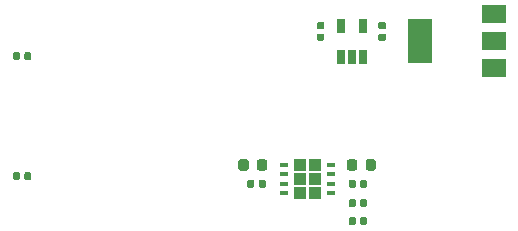
<source format=gbr>
G04 #@! TF.GenerationSoftware,KiCad,Pcbnew,5.0.1+dfsg1-3*
G04 #@! TF.CreationDate,2018-11-05T21:22:00-05:00*
G04 #@! TF.ProjectId,BreadBatt,4272656164426174742E6B696361645F,rev?*
G04 #@! TF.SameCoordinates,Original*
G04 #@! TF.FileFunction,Paste,Bot*
G04 #@! TF.FilePolarity,Positive*
%FSLAX46Y46*%
G04 Gerber Fmt 4.6, Leading zero omitted, Abs format (unit mm)*
G04 Created by KiCad (PCBNEW 5.0.1+dfsg1-3) date Mon 05 Nov 2018 09:22:00 PM EST*
%MOMM*%
%LPD*%
G01*
G04 APERTURE LIST*
%ADD10C,0.100000*%
%ADD11C,0.875000*%
%ADD12C,0.590000*%
%ADD13R,2.000000X3.800000*%
%ADD14R,2.000000X1.500000*%
%ADD15R,0.650000X1.220000*%
%ADD16R,0.750000X0.350000*%
%ADD17R,1.000000X1.000000*%
G04 APERTURE END LIST*
D10*
G04 #@! TO.C,C1*
G36*
X139635191Y-111610053D02*
X139656426Y-111613203D01*
X139677250Y-111618419D01*
X139697462Y-111625651D01*
X139716868Y-111634830D01*
X139735281Y-111645866D01*
X139752524Y-111658654D01*
X139768430Y-111673070D01*
X139782846Y-111688976D01*
X139795634Y-111706219D01*
X139806670Y-111724632D01*
X139815849Y-111744038D01*
X139823081Y-111764250D01*
X139828297Y-111785074D01*
X139831447Y-111806309D01*
X139832500Y-111827750D01*
X139832500Y-112340250D01*
X139831447Y-112361691D01*
X139828297Y-112382926D01*
X139823081Y-112403750D01*
X139815849Y-112423962D01*
X139806670Y-112443368D01*
X139795634Y-112461781D01*
X139782846Y-112479024D01*
X139768430Y-112494930D01*
X139752524Y-112509346D01*
X139735281Y-112522134D01*
X139716868Y-112533170D01*
X139697462Y-112542349D01*
X139677250Y-112549581D01*
X139656426Y-112554797D01*
X139635191Y-112557947D01*
X139613750Y-112559000D01*
X139176250Y-112559000D01*
X139154809Y-112557947D01*
X139133574Y-112554797D01*
X139112750Y-112549581D01*
X139092538Y-112542349D01*
X139073132Y-112533170D01*
X139054719Y-112522134D01*
X139037476Y-112509346D01*
X139021570Y-112494930D01*
X139007154Y-112479024D01*
X138994366Y-112461781D01*
X138983330Y-112443368D01*
X138974151Y-112423962D01*
X138966919Y-112403750D01*
X138961703Y-112382926D01*
X138958553Y-112361691D01*
X138957500Y-112340250D01*
X138957500Y-111827750D01*
X138958553Y-111806309D01*
X138961703Y-111785074D01*
X138966919Y-111764250D01*
X138974151Y-111744038D01*
X138983330Y-111724632D01*
X138994366Y-111706219D01*
X139007154Y-111688976D01*
X139021570Y-111673070D01*
X139037476Y-111658654D01*
X139054719Y-111645866D01*
X139073132Y-111634830D01*
X139092538Y-111625651D01*
X139112750Y-111618419D01*
X139133574Y-111613203D01*
X139154809Y-111610053D01*
X139176250Y-111609000D01*
X139613750Y-111609000D01*
X139635191Y-111610053D01*
X139635191Y-111610053D01*
G37*
D11*
X139395000Y-112084000D03*
D10*
G36*
X141210191Y-111610053D02*
X141231426Y-111613203D01*
X141252250Y-111618419D01*
X141272462Y-111625651D01*
X141291868Y-111634830D01*
X141310281Y-111645866D01*
X141327524Y-111658654D01*
X141343430Y-111673070D01*
X141357846Y-111688976D01*
X141370634Y-111706219D01*
X141381670Y-111724632D01*
X141390849Y-111744038D01*
X141398081Y-111764250D01*
X141403297Y-111785074D01*
X141406447Y-111806309D01*
X141407500Y-111827750D01*
X141407500Y-112340250D01*
X141406447Y-112361691D01*
X141403297Y-112382926D01*
X141398081Y-112403750D01*
X141390849Y-112423962D01*
X141381670Y-112443368D01*
X141370634Y-112461781D01*
X141357846Y-112479024D01*
X141343430Y-112494930D01*
X141327524Y-112509346D01*
X141310281Y-112522134D01*
X141291868Y-112533170D01*
X141272462Y-112542349D01*
X141252250Y-112549581D01*
X141231426Y-112554797D01*
X141210191Y-112557947D01*
X141188750Y-112559000D01*
X140751250Y-112559000D01*
X140729809Y-112557947D01*
X140708574Y-112554797D01*
X140687750Y-112549581D01*
X140667538Y-112542349D01*
X140648132Y-112533170D01*
X140629719Y-112522134D01*
X140612476Y-112509346D01*
X140596570Y-112494930D01*
X140582154Y-112479024D01*
X140569366Y-112461781D01*
X140558330Y-112443368D01*
X140549151Y-112423962D01*
X140541919Y-112403750D01*
X140536703Y-112382926D01*
X140533553Y-112361691D01*
X140532500Y-112340250D01*
X140532500Y-111827750D01*
X140533553Y-111806309D01*
X140536703Y-111785074D01*
X140541919Y-111764250D01*
X140549151Y-111744038D01*
X140558330Y-111724632D01*
X140569366Y-111706219D01*
X140582154Y-111688976D01*
X140596570Y-111673070D01*
X140612476Y-111658654D01*
X140629719Y-111645866D01*
X140648132Y-111634830D01*
X140667538Y-111625651D01*
X140687750Y-111618419D01*
X140708574Y-111613203D01*
X140729809Y-111610053D01*
X140751250Y-111609000D01*
X141188750Y-111609000D01*
X141210191Y-111610053D01*
X141210191Y-111610053D01*
G37*
D11*
X140970000Y-112084000D03*
G04 #@! TD*
D10*
G04 #@! TO.C,C2*
G36*
X146109958Y-100965710D02*
X146124276Y-100967834D01*
X146138317Y-100971351D01*
X146151946Y-100976228D01*
X146165031Y-100982417D01*
X146177447Y-100989858D01*
X146189073Y-100998481D01*
X146199798Y-101008202D01*
X146209519Y-101018927D01*
X146218142Y-101030553D01*
X146225583Y-101042969D01*
X146231772Y-101056054D01*
X146236649Y-101069683D01*
X146240166Y-101083724D01*
X146242290Y-101098042D01*
X146243000Y-101112500D01*
X146243000Y-101407500D01*
X146242290Y-101421958D01*
X146240166Y-101436276D01*
X146236649Y-101450317D01*
X146231772Y-101463946D01*
X146225583Y-101477031D01*
X146218142Y-101489447D01*
X146209519Y-101501073D01*
X146199798Y-101511798D01*
X146189073Y-101521519D01*
X146177447Y-101530142D01*
X146165031Y-101537583D01*
X146151946Y-101543772D01*
X146138317Y-101548649D01*
X146124276Y-101552166D01*
X146109958Y-101554290D01*
X146095500Y-101555000D01*
X145750500Y-101555000D01*
X145736042Y-101554290D01*
X145721724Y-101552166D01*
X145707683Y-101548649D01*
X145694054Y-101543772D01*
X145680969Y-101537583D01*
X145668553Y-101530142D01*
X145656927Y-101521519D01*
X145646202Y-101511798D01*
X145636481Y-101501073D01*
X145627858Y-101489447D01*
X145620417Y-101477031D01*
X145614228Y-101463946D01*
X145609351Y-101450317D01*
X145605834Y-101436276D01*
X145603710Y-101421958D01*
X145603000Y-101407500D01*
X145603000Y-101112500D01*
X145603710Y-101098042D01*
X145605834Y-101083724D01*
X145609351Y-101069683D01*
X145614228Y-101056054D01*
X145620417Y-101042969D01*
X145627858Y-101030553D01*
X145636481Y-101018927D01*
X145646202Y-101008202D01*
X145656927Y-100998481D01*
X145668553Y-100989858D01*
X145680969Y-100982417D01*
X145694054Y-100976228D01*
X145707683Y-100971351D01*
X145721724Y-100967834D01*
X145736042Y-100965710D01*
X145750500Y-100965000D01*
X146095500Y-100965000D01*
X146109958Y-100965710D01*
X146109958Y-100965710D01*
G37*
D12*
X145923000Y-101260000D03*
D10*
G36*
X146109958Y-99995710D02*
X146124276Y-99997834D01*
X146138317Y-100001351D01*
X146151946Y-100006228D01*
X146165031Y-100012417D01*
X146177447Y-100019858D01*
X146189073Y-100028481D01*
X146199798Y-100038202D01*
X146209519Y-100048927D01*
X146218142Y-100060553D01*
X146225583Y-100072969D01*
X146231772Y-100086054D01*
X146236649Y-100099683D01*
X146240166Y-100113724D01*
X146242290Y-100128042D01*
X146243000Y-100142500D01*
X146243000Y-100437500D01*
X146242290Y-100451958D01*
X146240166Y-100466276D01*
X146236649Y-100480317D01*
X146231772Y-100493946D01*
X146225583Y-100507031D01*
X146218142Y-100519447D01*
X146209519Y-100531073D01*
X146199798Y-100541798D01*
X146189073Y-100551519D01*
X146177447Y-100560142D01*
X146165031Y-100567583D01*
X146151946Y-100573772D01*
X146138317Y-100578649D01*
X146124276Y-100582166D01*
X146109958Y-100584290D01*
X146095500Y-100585000D01*
X145750500Y-100585000D01*
X145736042Y-100584290D01*
X145721724Y-100582166D01*
X145707683Y-100578649D01*
X145694054Y-100573772D01*
X145680969Y-100567583D01*
X145668553Y-100560142D01*
X145656927Y-100551519D01*
X145646202Y-100541798D01*
X145636481Y-100531073D01*
X145627858Y-100519447D01*
X145620417Y-100507031D01*
X145614228Y-100493946D01*
X145609351Y-100480317D01*
X145605834Y-100466276D01*
X145603710Y-100451958D01*
X145603000Y-100437500D01*
X145603000Y-100142500D01*
X145603710Y-100128042D01*
X145605834Y-100113724D01*
X145609351Y-100099683D01*
X145614228Y-100086054D01*
X145620417Y-100072969D01*
X145627858Y-100060553D01*
X145636481Y-100048927D01*
X145646202Y-100038202D01*
X145656927Y-100028481D01*
X145668553Y-100019858D01*
X145680969Y-100012417D01*
X145694054Y-100006228D01*
X145707683Y-100001351D01*
X145721724Y-99997834D01*
X145736042Y-99995710D01*
X145750500Y-99995000D01*
X146095500Y-99995000D01*
X146109958Y-99995710D01*
X146109958Y-99995710D01*
G37*
D12*
X145923000Y-100290000D03*
G04 #@! TD*
D10*
G04 #@! TO.C,C3*
G36*
X149721958Y-113364710D02*
X149736276Y-113366834D01*
X149750317Y-113370351D01*
X149763946Y-113375228D01*
X149777031Y-113381417D01*
X149789447Y-113388858D01*
X149801073Y-113397481D01*
X149811798Y-113407202D01*
X149821519Y-113417927D01*
X149830142Y-113429553D01*
X149837583Y-113441969D01*
X149843772Y-113455054D01*
X149848649Y-113468683D01*
X149852166Y-113482724D01*
X149854290Y-113497042D01*
X149855000Y-113511500D01*
X149855000Y-113856500D01*
X149854290Y-113870958D01*
X149852166Y-113885276D01*
X149848649Y-113899317D01*
X149843772Y-113912946D01*
X149837583Y-113926031D01*
X149830142Y-113938447D01*
X149821519Y-113950073D01*
X149811798Y-113960798D01*
X149801073Y-113970519D01*
X149789447Y-113979142D01*
X149777031Y-113986583D01*
X149763946Y-113992772D01*
X149750317Y-113997649D01*
X149736276Y-114001166D01*
X149721958Y-114003290D01*
X149707500Y-114004000D01*
X149412500Y-114004000D01*
X149398042Y-114003290D01*
X149383724Y-114001166D01*
X149369683Y-113997649D01*
X149356054Y-113992772D01*
X149342969Y-113986583D01*
X149330553Y-113979142D01*
X149318927Y-113970519D01*
X149308202Y-113960798D01*
X149298481Y-113950073D01*
X149289858Y-113938447D01*
X149282417Y-113926031D01*
X149276228Y-113912946D01*
X149271351Y-113899317D01*
X149267834Y-113885276D01*
X149265710Y-113870958D01*
X149265000Y-113856500D01*
X149265000Y-113511500D01*
X149265710Y-113497042D01*
X149267834Y-113482724D01*
X149271351Y-113468683D01*
X149276228Y-113455054D01*
X149282417Y-113441969D01*
X149289858Y-113429553D01*
X149298481Y-113417927D01*
X149308202Y-113407202D01*
X149318927Y-113397481D01*
X149330553Y-113388858D01*
X149342969Y-113381417D01*
X149356054Y-113375228D01*
X149369683Y-113370351D01*
X149383724Y-113366834D01*
X149398042Y-113364710D01*
X149412500Y-113364000D01*
X149707500Y-113364000D01*
X149721958Y-113364710D01*
X149721958Y-113364710D01*
G37*
D12*
X149560000Y-113684000D03*
D10*
G36*
X148751958Y-113364710D02*
X148766276Y-113366834D01*
X148780317Y-113370351D01*
X148793946Y-113375228D01*
X148807031Y-113381417D01*
X148819447Y-113388858D01*
X148831073Y-113397481D01*
X148841798Y-113407202D01*
X148851519Y-113417927D01*
X148860142Y-113429553D01*
X148867583Y-113441969D01*
X148873772Y-113455054D01*
X148878649Y-113468683D01*
X148882166Y-113482724D01*
X148884290Y-113497042D01*
X148885000Y-113511500D01*
X148885000Y-113856500D01*
X148884290Y-113870958D01*
X148882166Y-113885276D01*
X148878649Y-113899317D01*
X148873772Y-113912946D01*
X148867583Y-113926031D01*
X148860142Y-113938447D01*
X148851519Y-113950073D01*
X148841798Y-113960798D01*
X148831073Y-113970519D01*
X148819447Y-113979142D01*
X148807031Y-113986583D01*
X148793946Y-113992772D01*
X148780317Y-113997649D01*
X148766276Y-114001166D01*
X148751958Y-114003290D01*
X148737500Y-114004000D01*
X148442500Y-114004000D01*
X148428042Y-114003290D01*
X148413724Y-114001166D01*
X148399683Y-113997649D01*
X148386054Y-113992772D01*
X148372969Y-113986583D01*
X148360553Y-113979142D01*
X148348927Y-113970519D01*
X148338202Y-113960798D01*
X148328481Y-113950073D01*
X148319858Y-113938447D01*
X148312417Y-113926031D01*
X148306228Y-113912946D01*
X148301351Y-113899317D01*
X148297834Y-113885276D01*
X148295710Y-113870958D01*
X148295000Y-113856500D01*
X148295000Y-113511500D01*
X148295710Y-113497042D01*
X148297834Y-113482724D01*
X148301351Y-113468683D01*
X148306228Y-113455054D01*
X148312417Y-113441969D01*
X148319858Y-113429553D01*
X148328481Y-113417927D01*
X148338202Y-113407202D01*
X148348927Y-113397481D01*
X148360553Y-113388858D01*
X148372969Y-113381417D01*
X148386054Y-113375228D01*
X148399683Y-113370351D01*
X148413724Y-113366834D01*
X148428042Y-113364710D01*
X148442500Y-113364000D01*
X148737500Y-113364000D01*
X148751958Y-113364710D01*
X148751958Y-113364710D01*
G37*
D12*
X148590000Y-113684000D03*
G04 #@! TD*
D10*
G04 #@! TO.C,C4*
G36*
X150405191Y-111610053D02*
X150426426Y-111613203D01*
X150447250Y-111618419D01*
X150467462Y-111625651D01*
X150486868Y-111634830D01*
X150505281Y-111645866D01*
X150522524Y-111658654D01*
X150538430Y-111673070D01*
X150552846Y-111688976D01*
X150565634Y-111706219D01*
X150576670Y-111724632D01*
X150585849Y-111744038D01*
X150593081Y-111764250D01*
X150598297Y-111785074D01*
X150601447Y-111806309D01*
X150602500Y-111827750D01*
X150602500Y-112340250D01*
X150601447Y-112361691D01*
X150598297Y-112382926D01*
X150593081Y-112403750D01*
X150585849Y-112423962D01*
X150576670Y-112443368D01*
X150565634Y-112461781D01*
X150552846Y-112479024D01*
X150538430Y-112494930D01*
X150522524Y-112509346D01*
X150505281Y-112522134D01*
X150486868Y-112533170D01*
X150467462Y-112542349D01*
X150447250Y-112549581D01*
X150426426Y-112554797D01*
X150405191Y-112557947D01*
X150383750Y-112559000D01*
X149946250Y-112559000D01*
X149924809Y-112557947D01*
X149903574Y-112554797D01*
X149882750Y-112549581D01*
X149862538Y-112542349D01*
X149843132Y-112533170D01*
X149824719Y-112522134D01*
X149807476Y-112509346D01*
X149791570Y-112494930D01*
X149777154Y-112479024D01*
X149764366Y-112461781D01*
X149753330Y-112443368D01*
X149744151Y-112423962D01*
X149736919Y-112403750D01*
X149731703Y-112382926D01*
X149728553Y-112361691D01*
X149727500Y-112340250D01*
X149727500Y-111827750D01*
X149728553Y-111806309D01*
X149731703Y-111785074D01*
X149736919Y-111764250D01*
X149744151Y-111744038D01*
X149753330Y-111724632D01*
X149764366Y-111706219D01*
X149777154Y-111688976D01*
X149791570Y-111673070D01*
X149807476Y-111658654D01*
X149824719Y-111645866D01*
X149843132Y-111634830D01*
X149862538Y-111625651D01*
X149882750Y-111618419D01*
X149903574Y-111613203D01*
X149924809Y-111610053D01*
X149946250Y-111609000D01*
X150383750Y-111609000D01*
X150405191Y-111610053D01*
X150405191Y-111610053D01*
G37*
D11*
X150165000Y-112084000D03*
D10*
G36*
X148830191Y-111610053D02*
X148851426Y-111613203D01*
X148872250Y-111618419D01*
X148892462Y-111625651D01*
X148911868Y-111634830D01*
X148930281Y-111645866D01*
X148947524Y-111658654D01*
X148963430Y-111673070D01*
X148977846Y-111688976D01*
X148990634Y-111706219D01*
X149001670Y-111724632D01*
X149010849Y-111744038D01*
X149018081Y-111764250D01*
X149023297Y-111785074D01*
X149026447Y-111806309D01*
X149027500Y-111827750D01*
X149027500Y-112340250D01*
X149026447Y-112361691D01*
X149023297Y-112382926D01*
X149018081Y-112403750D01*
X149010849Y-112423962D01*
X149001670Y-112443368D01*
X148990634Y-112461781D01*
X148977846Y-112479024D01*
X148963430Y-112494930D01*
X148947524Y-112509346D01*
X148930281Y-112522134D01*
X148911868Y-112533170D01*
X148892462Y-112542349D01*
X148872250Y-112549581D01*
X148851426Y-112554797D01*
X148830191Y-112557947D01*
X148808750Y-112559000D01*
X148371250Y-112559000D01*
X148349809Y-112557947D01*
X148328574Y-112554797D01*
X148307750Y-112549581D01*
X148287538Y-112542349D01*
X148268132Y-112533170D01*
X148249719Y-112522134D01*
X148232476Y-112509346D01*
X148216570Y-112494930D01*
X148202154Y-112479024D01*
X148189366Y-112461781D01*
X148178330Y-112443368D01*
X148169151Y-112423962D01*
X148161919Y-112403750D01*
X148156703Y-112382926D01*
X148153553Y-112361691D01*
X148152500Y-112340250D01*
X148152500Y-111827750D01*
X148153553Y-111806309D01*
X148156703Y-111785074D01*
X148161919Y-111764250D01*
X148169151Y-111744038D01*
X148178330Y-111724632D01*
X148189366Y-111706219D01*
X148202154Y-111688976D01*
X148216570Y-111673070D01*
X148232476Y-111658654D01*
X148249719Y-111645866D01*
X148268132Y-111634830D01*
X148287538Y-111625651D01*
X148307750Y-111618419D01*
X148328574Y-111613203D01*
X148349809Y-111610053D01*
X148371250Y-111609000D01*
X148808750Y-111609000D01*
X148830191Y-111610053D01*
X148830191Y-111610053D01*
G37*
D11*
X148590000Y-112084000D03*
G04 #@! TD*
D13*
G04 #@! TO.C,D2*
X154330000Y-101600000D03*
D14*
X160630000Y-101600000D03*
X160630000Y-103900000D03*
X160630000Y-99300000D03*
G04 #@! TD*
D10*
G04 #@! TO.C,R1*
G36*
X141131958Y-113364710D02*
X141146276Y-113366834D01*
X141160317Y-113370351D01*
X141173946Y-113375228D01*
X141187031Y-113381417D01*
X141199447Y-113388858D01*
X141211073Y-113397481D01*
X141221798Y-113407202D01*
X141231519Y-113417927D01*
X141240142Y-113429553D01*
X141247583Y-113441969D01*
X141253772Y-113455054D01*
X141258649Y-113468683D01*
X141262166Y-113482724D01*
X141264290Y-113497042D01*
X141265000Y-113511500D01*
X141265000Y-113856500D01*
X141264290Y-113870958D01*
X141262166Y-113885276D01*
X141258649Y-113899317D01*
X141253772Y-113912946D01*
X141247583Y-113926031D01*
X141240142Y-113938447D01*
X141231519Y-113950073D01*
X141221798Y-113960798D01*
X141211073Y-113970519D01*
X141199447Y-113979142D01*
X141187031Y-113986583D01*
X141173946Y-113992772D01*
X141160317Y-113997649D01*
X141146276Y-114001166D01*
X141131958Y-114003290D01*
X141117500Y-114004000D01*
X140822500Y-114004000D01*
X140808042Y-114003290D01*
X140793724Y-114001166D01*
X140779683Y-113997649D01*
X140766054Y-113992772D01*
X140752969Y-113986583D01*
X140740553Y-113979142D01*
X140728927Y-113970519D01*
X140718202Y-113960798D01*
X140708481Y-113950073D01*
X140699858Y-113938447D01*
X140692417Y-113926031D01*
X140686228Y-113912946D01*
X140681351Y-113899317D01*
X140677834Y-113885276D01*
X140675710Y-113870958D01*
X140675000Y-113856500D01*
X140675000Y-113511500D01*
X140675710Y-113497042D01*
X140677834Y-113482724D01*
X140681351Y-113468683D01*
X140686228Y-113455054D01*
X140692417Y-113441969D01*
X140699858Y-113429553D01*
X140708481Y-113417927D01*
X140718202Y-113407202D01*
X140728927Y-113397481D01*
X140740553Y-113388858D01*
X140752969Y-113381417D01*
X140766054Y-113375228D01*
X140779683Y-113370351D01*
X140793724Y-113366834D01*
X140808042Y-113364710D01*
X140822500Y-113364000D01*
X141117500Y-113364000D01*
X141131958Y-113364710D01*
X141131958Y-113364710D01*
G37*
D12*
X140970000Y-113684000D03*
D10*
G36*
X140161958Y-113364710D02*
X140176276Y-113366834D01*
X140190317Y-113370351D01*
X140203946Y-113375228D01*
X140217031Y-113381417D01*
X140229447Y-113388858D01*
X140241073Y-113397481D01*
X140251798Y-113407202D01*
X140261519Y-113417927D01*
X140270142Y-113429553D01*
X140277583Y-113441969D01*
X140283772Y-113455054D01*
X140288649Y-113468683D01*
X140292166Y-113482724D01*
X140294290Y-113497042D01*
X140295000Y-113511500D01*
X140295000Y-113856500D01*
X140294290Y-113870958D01*
X140292166Y-113885276D01*
X140288649Y-113899317D01*
X140283772Y-113912946D01*
X140277583Y-113926031D01*
X140270142Y-113938447D01*
X140261519Y-113950073D01*
X140251798Y-113960798D01*
X140241073Y-113970519D01*
X140229447Y-113979142D01*
X140217031Y-113986583D01*
X140203946Y-113992772D01*
X140190317Y-113997649D01*
X140176276Y-114001166D01*
X140161958Y-114003290D01*
X140147500Y-114004000D01*
X139852500Y-114004000D01*
X139838042Y-114003290D01*
X139823724Y-114001166D01*
X139809683Y-113997649D01*
X139796054Y-113992772D01*
X139782969Y-113986583D01*
X139770553Y-113979142D01*
X139758927Y-113970519D01*
X139748202Y-113960798D01*
X139738481Y-113950073D01*
X139729858Y-113938447D01*
X139722417Y-113926031D01*
X139716228Y-113912946D01*
X139711351Y-113899317D01*
X139707834Y-113885276D01*
X139705710Y-113870958D01*
X139705000Y-113856500D01*
X139705000Y-113511500D01*
X139705710Y-113497042D01*
X139707834Y-113482724D01*
X139711351Y-113468683D01*
X139716228Y-113455054D01*
X139722417Y-113441969D01*
X139729858Y-113429553D01*
X139738481Y-113417927D01*
X139748202Y-113407202D01*
X139758927Y-113397481D01*
X139770553Y-113388858D01*
X139782969Y-113381417D01*
X139796054Y-113375228D01*
X139809683Y-113370351D01*
X139823724Y-113366834D01*
X139838042Y-113364710D01*
X139852500Y-113364000D01*
X140147500Y-113364000D01*
X140161958Y-113364710D01*
X140161958Y-113364710D01*
G37*
D12*
X140000000Y-113684000D03*
G04 #@! TD*
D10*
G04 #@! TO.C,R2*
G36*
X121296958Y-112710710D02*
X121311276Y-112712834D01*
X121325317Y-112716351D01*
X121338946Y-112721228D01*
X121352031Y-112727417D01*
X121364447Y-112734858D01*
X121376073Y-112743481D01*
X121386798Y-112753202D01*
X121396519Y-112763927D01*
X121405142Y-112775553D01*
X121412583Y-112787969D01*
X121418772Y-112801054D01*
X121423649Y-112814683D01*
X121427166Y-112828724D01*
X121429290Y-112843042D01*
X121430000Y-112857500D01*
X121430000Y-113202500D01*
X121429290Y-113216958D01*
X121427166Y-113231276D01*
X121423649Y-113245317D01*
X121418772Y-113258946D01*
X121412583Y-113272031D01*
X121405142Y-113284447D01*
X121396519Y-113296073D01*
X121386798Y-113306798D01*
X121376073Y-113316519D01*
X121364447Y-113325142D01*
X121352031Y-113332583D01*
X121338946Y-113338772D01*
X121325317Y-113343649D01*
X121311276Y-113347166D01*
X121296958Y-113349290D01*
X121282500Y-113350000D01*
X120987500Y-113350000D01*
X120973042Y-113349290D01*
X120958724Y-113347166D01*
X120944683Y-113343649D01*
X120931054Y-113338772D01*
X120917969Y-113332583D01*
X120905553Y-113325142D01*
X120893927Y-113316519D01*
X120883202Y-113306798D01*
X120873481Y-113296073D01*
X120864858Y-113284447D01*
X120857417Y-113272031D01*
X120851228Y-113258946D01*
X120846351Y-113245317D01*
X120842834Y-113231276D01*
X120840710Y-113216958D01*
X120840000Y-113202500D01*
X120840000Y-112857500D01*
X120840710Y-112843042D01*
X120842834Y-112828724D01*
X120846351Y-112814683D01*
X120851228Y-112801054D01*
X120857417Y-112787969D01*
X120864858Y-112775553D01*
X120873481Y-112763927D01*
X120883202Y-112753202D01*
X120893927Y-112743481D01*
X120905553Y-112734858D01*
X120917969Y-112727417D01*
X120931054Y-112721228D01*
X120944683Y-112716351D01*
X120958724Y-112712834D01*
X120973042Y-112710710D01*
X120987500Y-112710000D01*
X121282500Y-112710000D01*
X121296958Y-112710710D01*
X121296958Y-112710710D01*
G37*
D12*
X121135000Y-113030000D03*
D10*
G36*
X120326958Y-112710710D02*
X120341276Y-112712834D01*
X120355317Y-112716351D01*
X120368946Y-112721228D01*
X120382031Y-112727417D01*
X120394447Y-112734858D01*
X120406073Y-112743481D01*
X120416798Y-112753202D01*
X120426519Y-112763927D01*
X120435142Y-112775553D01*
X120442583Y-112787969D01*
X120448772Y-112801054D01*
X120453649Y-112814683D01*
X120457166Y-112828724D01*
X120459290Y-112843042D01*
X120460000Y-112857500D01*
X120460000Y-113202500D01*
X120459290Y-113216958D01*
X120457166Y-113231276D01*
X120453649Y-113245317D01*
X120448772Y-113258946D01*
X120442583Y-113272031D01*
X120435142Y-113284447D01*
X120426519Y-113296073D01*
X120416798Y-113306798D01*
X120406073Y-113316519D01*
X120394447Y-113325142D01*
X120382031Y-113332583D01*
X120368946Y-113338772D01*
X120355317Y-113343649D01*
X120341276Y-113347166D01*
X120326958Y-113349290D01*
X120312500Y-113350000D01*
X120017500Y-113350000D01*
X120003042Y-113349290D01*
X119988724Y-113347166D01*
X119974683Y-113343649D01*
X119961054Y-113338772D01*
X119947969Y-113332583D01*
X119935553Y-113325142D01*
X119923927Y-113316519D01*
X119913202Y-113306798D01*
X119903481Y-113296073D01*
X119894858Y-113284447D01*
X119887417Y-113272031D01*
X119881228Y-113258946D01*
X119876351Y-113245317D01*
X119872834Y-113231276D01*
X119870710Y-113216958D01*
X119870000Y-113202500D01*
X119870000Y-112857500D01*
X119870710Y-112843042D01*
X119872834Y-112828724D01*
X119876351Y-112814683D01*
X119881228Y-112801054D01*
X119887417Y-112787969D01*
X119894858Y-112775553D01*
X119903481Y-112763927D01*
X119913202Y-112753202D01*
X119923927Y-112743481D01*
X119935553Y-112734858D01*
X119947969Y-112727417D01*
X119961054Y-112721228D01*
X119974683Y-112716351D01*
X119988724Y-112712834D01*
X120003042Y-112710710D01*
X120017500Y-112710000D01*
X120312500Y-112710000D01*
X120326958Y-112710710D01*
X120326958Y-112710710D01*
G37*
D12*
X120165000Y-113030000D03*
G04 #@! TD*
D10*
G04 #@! TO.C,R3*
G36*
X151316958Y-100965710D02*
X151331276Y-100967834D01*
X151345317Y-100971351D01*
X151358946Y-100976228D01*
X151372031Y-100982417D01*
X151384447Y-100989858D01*
X151396073Y-100998481D01*
X151406798Y-101008202D01*
X151416519Y-101018927D01*
X151425142Y-101030553D01*
X151432583Y-101042969D01*
X151438772Y-101056054D01*
X151443649Y-101069683D01*
X151447166Y-101083724D01*
X151449290Y-101098042D01*
X151450000Y-101112500D01*
X151450000Y-101407500D01*
X151449290Y-101421958D01*
X151447166Y-101436276D01*
X151443649Y-101450317D01*
X151438772Y-101463946D01*
X151432583Y-101477031D01*
X151425142Y-101489447D01*
X151416519Y-101501073D01*
X151406798Y-101511798D01*
X151396073Y-101521519D01*
X151384447Y-101530142D01*
X151372031Y-101537583D01*
X151358946Y-101543772D01*
X151345317Y-101548649D01*
X151331276Y-101552166D01*
X151316958Y-101554290D01*
X151302500Y-101555000D01*
X150957500Y-101555000D01*
X150943042Y-101554290D01*
X150928724Y-101552166D01*
X150914683Y-101548649D01*
X150901054Y-101543772D01*
X150887969Y-101537583D01*
X150875553Y-101530142D01*
X150863927Y-101521519D01*
X150853202Y-101511798D01*
X150843481Y-101501073D01*
X150834858Y-101489447D01*
X150827417Y-101477031D01*
X150821228Y-101463946D01*
X150816351Y-101450317D01*
X150812834Y-101436276D01*
X150810710Y-101421958D01*
X150810000Y-101407500D01*
X150810000Y-101112500D01*
X150810710Y-101098042D01*
X150812834Y-101083724D01*
X150816351Y-101069683D01*
X150821228Y-101056054D01*
X150827417Y-101042969D01*
X150834858Y-101030553D01*
X150843481Y-101018927D01*
X150853202Y-101008202D01*
X150863927Y-100998481D01*
X150875553Y-100989858D01*
X150887969Y-100982417D01*
X150901054Y-100976228D01*
X150914683Y-100971351D01*
X150928724Y-100967834D01*
X150943042Y-100965710D01*
X150957500Y-100965000D01*
X151302500Y-100965000D01*
X151316958Y-100965710D01*
X151316958Y-100965710D01*
G37*
D12*
X151130000Y-101260000D03*
D10*
G36*
X151316958Y-99995710D02*
X151331276Y-99997834D01*
X151345317Y-100001351D01*
X151358946Y-100006228D01*
X151372031Y-100012417D01*
X151384447Y-100019858D01*
X151396073Y-100028481D01*
X151406798Y-100038202D01*
X151416519Y-100048927D01*
X151425142Y-100060553D01*
X151432583Y-100072969D01*
X151438772Y-100086054D01*
X151443649Y-100099683D01*
X151447166Y-100113724D01*
X151449290Y-100128042D01*
X151450000Y-100142500D01*
X151450000Y-100437500D01*
X151449290Y-100451958D01*
X151447166Y-100466276D01*
X151443649Y-100480317D01*
X151438772Y-100493946D01*
X151432583Y-100507031D01*
X151425142Y-100519447D01*
X151416519Y-100531073D01*
X151406798Y-100541798D01*
X151396073Y-100551519D01*
X151384447Y-100560142D01*
X151372031Y-100567583D01*
X151358946Y-100573772D01*
X151345317Y-100578649D01*
X151331276Y-100582166D01*
X151316958Y-100584290D01*
X151302500Y-100585000D01*
X150957500Y-100585000D01*
X150943042Y-100584290D01*
X150928724Y-100582166D01*
X150914683Y-100578649D01*
X150901054Y-100573772D01*
X150887969Y-100567583D01*
X150875553Y-100560142D01*
X150863927Y-100551519D01*
X150853202Y-100541798D01*
X150843481Y-100531073D01*
X150834858Y-100519447D01*
X150827417Y-100507031D01*
X150821228Y-100493946D01*
X150816351Y-100480317D01*
X150812834Y-100466276D01*
X150810710Y-100451958D01*
X150810000Y-100437500D01*
X150810000Y-100142500D01*
X150810710Y-100128042D01*
X150812834Y-100113724D01*
X150816351Y-100099683D01*
X150821228Y-100086054D01*
X150827417Y-100072969D01*
X150834858Y-100060553D01*
X150843481Y-100048927D01*
X150853202Y-100038202D01*
X150863927Y-100028481D01*
X150875553Y-100019858D01*
X150887969Y-100012417D01*
X150901054Y-100006228D01*
X150914683Y-100001351D01*
X150928724Y-99997834D01*
X150943042Y-99995710D01*
X150957500Y-99995000D01*
X151302500Y-99995000D01*
X151316958Y-99995710D01*
X151316958Y-99995710D01*
G37*
D12*
X151130000Y-100290000D03*
G04 #@! TD*
D10*
G04 #@! TO.C,R4*
G36*
X149721958Y-114996710D02*
X149736276Y-114998834D01*
X149750317Y-115002351D01*
X149763946Y-115007228D01*
X149777031Y-115013417D01*
X149789447Y-115020858D01*
X149801073Y-115029481D01*
X149811798Y-115039202D01*
X149821519Y-115049927D01*
X149830142Y-115061553D01*
X149837583Y-115073969D01*
X149843772Y-115087054D01*
X149848649Y-115100683D01*
X149852166Y-115114724D01*
X149854290Y-115129042D01*
X149855000Y-115143500D01*
X149855000Y-115488500D01*
X149854290Y-115502958D01*
X149852166Y-115517276D01*
X149848649Y-115531317D01*
X149843772Y-115544946D01*
X149837583Y-115558031D01*
X149830142Y-115570447D01*
X149821519Y-115582073D01*
X149811798Y-115592798D01*
X149801073Y-115602519D01*
X149789447Y-115611142D01*
X149777031Y-115618583D01*
X149763946Y-115624772D01*
X149750317Y-115629649D01*
X149736276Y-115633166D01*
X149721958Y-115635290D01*
X149707500Y-115636000D01*
X149412500Y-115636000D01*
X149398042Y-115635290D01*
X149383724Y-115633166D01*
X149369683Y-115629649D01*
X149356054Y-115624772D01*
X149342969Y-115618583D01*
X149330553Y-115611142D01*
X149318927Y-115602519D01*
X149308202Y-115592798D01*
X149298481Y-115582073D01*
X149289858Y-115570447D01*
X149282417Y-115558031D01*
X149276228Y-115544946D01*
X149271351Y-115531317D01*
X149267834Y-115517276D01*
X149265710Y-115502958D01*
X149265000Y-115488500D01*
X149265000Y-115143500D01*
X149265710Y-115129042D01*
X149267834Y-115114724D01*
X149271351Y-115100683D01*
X149276228Y-115087054D01*
X149282417Y-115073969D01*
X149289858Y-115061553D01*
X149298481Y-115049927D01*
X149308202Y-115039202D01*
X149318927Y-115029481D01*
X149330553Y-115020858D01*
X149342969Y-115013417D01*
X149356054Y-115007228D01*
X149369683Y-115002351D01*
X149383724Y-114998834D01*
X149398042Y-114996710D01*
X149412500Y-114996000D01*
X149707500Y-114996000D01*
X149721958Y-114996710D01*
X149721958Y-114996710D01*
G37*
D12*
X149560000Y-115316000D03*
D10*
G36*
X148751958Y-114996710D02*
X148766276Y-114998834D01*
X148780317Y-115002351D01*
X148793946Y-115007228D01*
X148807031Y-115013417D01*
X148819447Y-115020858D01*
X148831073Y-115029481D01*
X148841798Y-115039202D01*
X148851519Y-115049927D01*
X148860142Y-115061553D01*
X148867583Y-115073969D01*
X148873772Y-115087054D01*
X148878649Y-115100683D01*
X148882166Y-115114724D01*
X148884290Y-115129042D01*
X148885000Y-115143500D01*
X148885000Y-115488500D01*
X148884290Y-115502958D01*
X148882166Y-115517276D01*
X148878649Y-115531317D01*
X148873772Y-115544946D01*
X148867583Y-115558031D01*
X148860142Y-115570447D01*
X148851519Y-115582073D01*
X148841798Y-115592798D01*
X148831073Y-115602519D01*
X148819447Y-115611142D01*
X148807031Y-115618583D01*
X148793946Y-115624772D01*
X148780317Y-115629649D01*
X148766276Y-115633166D01*
X148751958Y-115635290D01*
X148737500Y-115636000D01*
X148442500Y-115636000D01*
X148428042Y-115635290D01*
X148413724Y-115633166D01*
X148399683Y-115629649D01*
X148386054Y-115624772D01*
X148372969Y-115618583D01*
X148360553Y-115611142D01*
X148348927Y-115602519D01*
X148338202Y-115592798D01*
X148328481Y-115582073D01*
X148319858Y-115570447D01*
X148312417Y-115558031D01*
X148306228Y-115544946D01*
X148301351Y-115531317D01*
X148297834Y-115517276D01*
X148295710Y-115502958D01*
X148295000Y-115488500D01*
X148295000Y-115143500D01*
X148295710Y-115129042D01*
X148297834Y-115114724D01*
X148301351Y-115100683D01*
X148306228Y-115087054D01*
X148312417Y-115073969D01*
X148319858Y-115061553D01*
X148328481Y-115049927D01*
X148338202Y-115039202D01*
X148348927Y-115029481D01*
X148360553Y-115020858D01*
X148372969Y-115013417D01*
X148386054Y-115007228D01*
X148399683Y-115002351D01*
X148413724Y-114998834D01*
X148428042Y-114996710D01*
X148442500Y-114996000D01*
X148737500Y-114996000D01*
X148751958Y-114996710D01*
X148751958Y-114996710D01*
G37*
D12*
X148590000Y-115316000D03*
G04 #@! TD*
D10*
G04 #@! TO.C,R5*
G36*
X148751958Y-116520710D02*
X148766276Y-116522834D01*
X148780317Y-116526351D01*
X148793946Y-116531228D01*
X148807031Y-116537417D01*
X148819447Y-116544858D01*
X148831073Y-116553481D01*
X148841798Y-116563202D01*
X148851519Y-116573927D01*
X148860142Y-116585553D01*
X148867583Y-116597969D01*
X148873772Y-116611054D01*
X148878649Y-116624683D01*
X148882166Y-116638724D01*
X148884290Y-116653042D01*
X148885000Y-116667500D01*
X148885000Y-117012500D01*
X148884290Y-117026958D01*
X148882166Y-117041276D01*
X148878649Y-117055317D01*
X148873772Y-117068946D01*
X148867583Y-117082031D01*
X148860142Y-117094447D01*
X148851519Y-117106073D01*
X148841798Y-117116798D01*
X148831073Y-117126519D01*
X148819447Y-117135142D01*
X148807031Y-117142583D01*
X148793946Y-117148772D01*
X148780317Y-117153649D01*
X148766276Y-117157166D01*
X148751958Y-117159290D01*
X148737500Y-117160000D01*
X148442500Y-117160000D01*
X148428042Y-117159290D01*
X148413724Y-117157166D01*
X148399683Y-117153649D01*
X148386054Y-117148772D01*
X148372969Y-117142583D01*
X148360553Y-117135142D01*
X148348927Y-117126519D01*
X148338202Y-117116798D01*
X148328481Y-117106073D01*
X148319858Y-117094447D01*
X148312417Y-117082031D01*
X148306228Y-117068946D01*
X148301351Y-117055317D01*
X148297834Y-117041276D01*
X148295710Y-117026958D01*
X148295000Y-117012500D01*
X148295000Y-116667500D01*
X148295710Y-116653042D01*
X148297834Y-116638724D01*
X148301351Y-116624683D01*
X148306228Y-116611054D01*
X148312417Y-116597969D01*
X148319858Y-116585553D01*
X148328481Y-116573927D01*
X148338202Y-116563202D01*
X148348927Y-116553481D01*
X148360553Y-116544858D01*
X148372969Y-116537417D01*
X148386054Y-116531228D01*
X148399683Y-116526351D01*
X148413724Y-116522834D01*
X148428042Y-116520710D01*
X148442500Y-116520000D01*
X148737500Y-116520000D01*
X148751958Y-116520710D01*
X148751958Y-116520710D01*
G37*
D12*
X148590000Y-116840000D03*
D10*
G36*
X149721958Y-116520710D02*
X149736276Y-116522834D01*
X149750317Y-116526351D01*
X149763946Y-116531228D01*
X149777031Y-116537417D01*
X149789447Y-116544858D01*
X149801073Y-116553481D01*
X149811798Y-116563202D01*
X149821519Y-116573927D01*
X149830142Y-116585553D01*
X149837583Y-116597969D01*
X149843772Y-116611054D01*
X149848649Y-116624683D01*
X149852166Y-116638724D01*
X149854290Y-116653042D01*
X149855000Y-116667500D01*
X149855000Y-117012500D01*
X149854290Y-117026958D01*
X149852166Y-117041276D01*
X149848649Y-117055317D01*
X149843772Y-117068946D01*
X149837583Y-117082031D01*
X149830142Y-117094447D01*
X149821519Y-117106073D01*
X149811798Y-117116798D01*
X149801073Y-117126519D01*
X149789447Y-117135142D01*
X149777031Y-117142583D01*
X149763946Y-117148772D01*
X149750317Y-117153649D01*
X149736276Y-117157166D01*
X149721958Y-117159290D01*
X149707500Y-117160000D01*
X149412500Y-117160000D01*
X149398042Y-117159290D01*
X149383724Y-117157166D01*
X149369683Y-117153649D01*
X149356054Y-117148772D01*
X149342969Y-117142583D01*
X149330553Y-117135142D01*
X149318927Y-117126519D01*
X149308202Y-117116798D01*
X149298481Y-117106073D01*
X149289858Y-117094447D01*
X149282417Y-117082031D01*
X149276228Y-117068946D01*
X149271351Y-117055317D01*
X149267834Y-117041276D01*
X149265710Y-117026958D01*
X149265000Y-117012500D01*
X149265000Y-116667500D01*
X149265710Y-116653042D01*
X149267834Y-116638724D01*
X149271351Y-116624683D01*
X149276228Y-116611054D01*
X149282417Y-116597969D01*
X149289858Y-116585553D01*
X149298481Y-116573927D01*
X149308202Y-116563202D01*
X149318927Y-116553481D01*
X149330553Y-116544858D01*
X149342969Y-116537417D01*
X149356054Y-116531228D01*
X149369683Y-116526351D01*
X149383724Y-116522834D01*
X149398042Y-116520710D01*
X149412500Y-116520000D01*
X149707500Y-116520000D01*
X149721958Y-116520710D01*
X149721958Y-116520710D01*
G37*
D12*
X149560000Y-116840000D03*
G04 #@! TD*
D10*
G04 #@! TO.C,R6*
G36*
X120326958Y-102550710D02*
X120341276Y-102552834D01*
X120355317Y-102556351D01*
X120368946Y-102561228D01*
X120382031Y-102567417D01*
X120394447Y-102574858D01*
X120406073Y-102583481D01*
X120416798Y-102593202D01*
X120426519Y-102603927D01*
X120435142Y-102615553D01*
X120442583Y-102627969D01*
X120448772Y-102641054D01*
X120453649Y-102654683D01*
X120457166Y-102668724D01*
X120459290Y-102683042D01*
X120460000Y-102697500D01*
X120460000Y-103042500D01*
X120459290Y-103056958D01*
X120457166Y-103071276D01*
X120453649Y-103085317D01*
X120448772Y-103098946D01*
X120442583Y-103112031D01*
X120435142Y-103124447D01*
X120426519Y-103136073D01*
X120416798Y-103146798D01*
X120406073Y-103156519D01*
X120394447Y-103165142D01*
X120382031Y-103172583D01*
X120368946Y-103178772D01*
X120355317Y-103183649D01*
X120341276Y-103187166D01*
X120326958Y-103189290D01*
X120312500Y-103190000D01*
X120017500Y-103190000D01*
X120003042Y-103189290D01*
X119988724Y-103187166D01*
X119974683Y-103183649D01*
X119961054Y-103178772D01*
X119947969Y-103172583D01*
X119935553Y-103165142D01*
X119923927Y-103156519D01*
X119913202Y-103146798D01*
X119903481Y-103136073D01*
X119894858Y-103124447D01*
X119887417Y-103112031D01*
X119881228Y-103098946D01*
X119876351Y-103085317D01*
X119872834Y-103071276D01*
X119870710Y-103056958D01*
X119870000Y-103042500D01*
X119870000Y-102697500D01*
X119870710Y-102683042D01*
X119872834Y-102668724D01*
X119876351Y-102654683D01*
X119881228Y-102641054D01*
X119887417Y-102627969D01*
X119894858Y-102615553D01*
X119903481Y-102603927D01*
X119913202Y-102593202D01*
X119923927Y-102583481D01*
X119935553Y-102574858D01*
X119947969Y-102567417D01*
X119961054Y-102561228D01*
X119974683Y-102556351D01*
X119988724Y-102552834D01*
X120003042Y-102550710D01*
X120017500Y-102550000D01*
X120312500Y-102550000D01*
X120326958Y-102550710D01*
X120326958Y-102550710D01*
G37*
D12*
X120165000Y-102870000D03*
D10*
G36*
X121296958Y-102550710D02*
X121311276Y-102552834D01*
X121325317Y-102556351D01*
X121338946Y-102561228D01*
X121352031Y-102567417D01*
X121364447Y-102574858D01*
X121376073Y-102583481D01*
X121386798Y-102593202D01*
X121396519Y-102603927D01*
X121405142Y-102615553D01*
X121412583Y-102627969D01*
X121418772Y-102641054D01*
X121423649Y-102654683D01*
X121427166Y-102668724D01*
X121429290Y-102683042D01*
X121430000Y-102697500D01*
X121430000Y-103042500D01*
X121429290Y-103056958D01*
X121427166Y-103071276D01*
X121423649Y-103085317D01*
X121418772Y-103098946D01*
X121412583Y-103112031D01*
X121405142Y-103124447D01*
X121396519Y-103136073D01*
X121386798Y-103146798D01*
X121376073Y-103156519D01*
X121364447Y-103165142D01*
X121352031Y-103172583D01*
X121338946Y-103178772D01*
X121325317Y-103183649D01*
X121311276Y-103187166D01*
X121296958Y-103189290D01*
X121282500Y-103190000D01*
X120987500Y-103190000D01*
X120973042Y-103189290D01*
X120958724Y-103187166D01*
X120944683Y-103183649D01*
X120931054Y-103178772D01*
X120917969Y-103172583D01*
X120905553Y-103165142D01*
X120893927Y-103156519D01*
X120883202Y-103146798D01*
X120873481Y-103136073D01*
X120864858Y-103124447D01*
X120857417Y-103112031D01*
X120851228Y-103098946D01*
X120846351Y-103085317D01*
X120842834Y-103071276D01*
X120840710Y-103056958D01*
X120840000Y-103042500D01*
X120840000Y-102697500D01*
X120840710Y-102683042D01*
X120842834Y-102668724D01*
X120846351Y-102654683D01*
X120851228Y-102641054D01*
X120857417Y-102627969D01*
X120864858Y-102615553D01*
X120873481Y-102603927D01*
X120883202Y-102593202D01*
X120893927Y-102583481D01*
X120905553Y-102574858D01*
X120917969Y-102567417D01*
X120931054Y-102561228D01*
X120944683Y-102556351D01*
X120958724Y-102552834D01*
X120973042Y-102550710D01*
X120987500Y-102550000D01*
X121282500Y-102550000D01*
X121296958Y-102550710D01*
X121296958Y-102550710D01*
G37*
D12*
X121135000Y-102870000D03*
G04 #@! TD*
D15*
G04 #@! TO.C,U1*
X149540000Y-102910000D03*
X148590000Y-102910000D03*
X147640000Y-102910000D03*
X147640000Y-100290000D03*
X149540000Y-100290000D03*
G04 #@! TD*
D16*
G04 #@! TO.C,U2*
X146780000Y-112084000D03*
X146780000Y-112884000D03*
X146780000Y-113684000D03*
X146780000Y-114484000D03*
X142780000Y-114484000D03*
X142780000Y-113684000D03*
X142780000Y-112884000D03*
X142780000Y-112084000D03*
D17*
X145405000Y-112084000D03*
X144155000Y-112084000D03*
X144155000Y-113284000D03*
X145405000Y-113284000D03*
X144155000Y-114484000D03*
X145405000Y-114484000D03*
G04 #@! TD*
M02*

</source>
